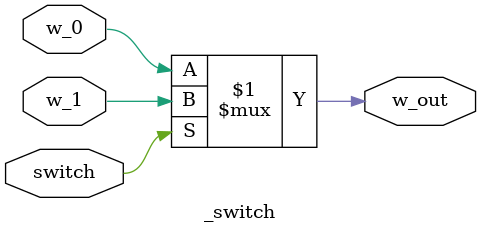
<source format=v>
module _switch (input switch, input w_0, input w_1, output w_out);
	assign w_out = (switch) ? w_1 : w_0;
endmodule



</source>
